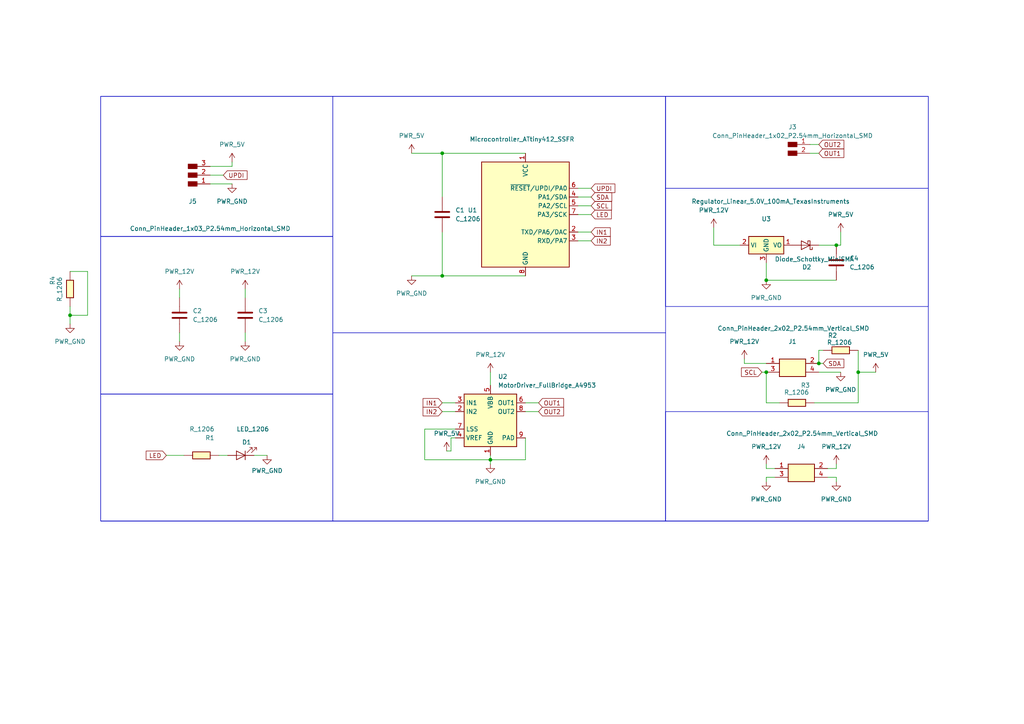
<source format=kicad_sch>
(kicad_sch (version 20231120) (generator "eeschema") (generator_version "8.0")
  (paper "A4")
  (lib_symbols
    (symbol "fab:C_1206" (pin_numbers hide)
      (property "Reference" "C" (at 0.635 2.54 0))
      (property "Value" "C_1206" (at 0.635 -2.54 0))
      (symbol "C_1206_0_1"
        (polyline (pts (xy -2.032 -0.762) (xy 2.032 -0.762)) (stroke (width 0.508)))
        (polyline (pts (xy -2.032 0.762) (xy 2.032 0.762)) (stroke (width 0.508)))
        (polyline (pts (xy 0 -0.635) (xy 0 -2.54)))
        (polyline (pts (xy 0 0.635) (xy 0 2.54)))
      )
      (symbol "C_1206_1_1"
        (pin passive line (at 0 5.08 270) (length 2.54) (name "~") (number "1"))
        (pin passive line (at 0 -5.08 90) (length 2.54) (name "~") (number "2"))
      )
    )
    (symbol "fab:Conn_PinHeader_1x02_P2.54mm_Horizontal_SMD" (pin_names hide)
      (property "Reference" "J" (at 0 2.54 0))
      (property "Value" "Conn_PinHeader_1x02_P2.54mm_Horizontal_SMD" (at 0 -5.08 0))
      (symbol "Conn_PinHeader_1x02_P2.54mm_Horizontal_SMD_1_1"
        (rectangle (start -1.27 -1.905) (end 1.27 -3.175) (stroke (width 0.254)) (fill (type outline)))
        (rectangle (start -1.27 0.635) (end 1.27 -0.635) (stroke (width 0.254)) (fill (type outline)))
        (pin passive line (at 5.08 0 180) (length 3.81) (name "Pin_1") (number "1"))
        (pin passive line (at 5.08 -2.54 180) (length 3.81) (name "Pin_2") (number "2"))
      )
    )
    (symbol "fab:Conn_PinHeader_1x03_P2.54mm_Horizontal_SMD" (pin_names hide)
      (property "Reference" "J" (at 0 5.08 0))
      (property "Value" "Conn_PinHeader_1x03_P2.54mm_Horizontal_SMD" (at 0 -5.08 0))
      (symbol "Conn_PinHeader_1x03_P2.54mm_Horizontal_SMD_1_1"
        (rectangle (start -1.27 -1.905) (end 1.27 -3.175) (stroke (width 0.254)) (fill (type outline)))
        (rectangle (start -1.27 0.635) (end 1.27 -0.635) (stroke (width 0.254)) (fill (type outline)))
        (rectangle (start -1.27 3.175) (end 1.27 1.905) (stroke (width 0.254)) (fill (type outline)))
        (pin passive line (at 5.08 2.54 180) (length 3.81) (name "Pin_1") (number "1"))
        (pin passive line (at 5.08 0 180) (length 3.81) (name "Pin_2") (number "2"))
        (pin passive line (at 5.08 -2.54 180) (length 3.81) (name "Pin_3") (number "3"))
      )
    )
    (symbol "fab:Conn_PinHeader_2x02_P2.54mm_Vertical_SMD" (pin_names hide)
      (property "Reference" "J" (at 0 3.81 0))
      (property "Value" "Conn_PinHeader_2x02_P2.54mm_Vertical_SMD" (at 0 -3.81 0))
      (symbol "Conn_PinHeader_2x02_P2.54mm_Vertical_SMD_1_1"
        (rectangle (start -3.81 2.54) (end 3.81 -2.54) (stroke (width 0.254)) (fill (type background)))
        (pin passive line (at -7.62 1.27 0) (length 3.81) (name "Pin_1") (number "1"))
        (pin passive line (at 7.62 1.27 180) (length 3.81) (name "Pin_2") (number "2"))
        (pin passive line (at -7.62 -1.27 0) (length 3.81) (name "Pin_3") (number "3"))
        (pin passive line (at 7.62 -1.27 180) (length 3.81) (name "Pin_4") (number "4"))
      )
    )
    (symbol "fab:Diode_Schottky_MiniSMA" (pin_numbers hide) (pin_names (offset 1.016) hide)
      (property "Reference" "D" (at 0 2.54 0))
      (property "Value" "Diode_Schottky_MiniSMA" (at 0 -2.54 0))
      (symbol "Diode_Schottky_MiniSMA_0_1"
        (polyline (pts (xy 1.27 0) (xy -1.27 0)))
        (polyline (pts (xy 1.27 1.27) (xy 1.27 -1.27) (xy -1.27 0) (xy 1.27 1.27)) (stroke (width 0.2032)))
        (polyline (pts (xy -1.905 0.635) (xy -1.905 1.27) (xy -1.27 1.27) (xy -1.27 -1.27) (xy -0.635 -1.27) (xy -0.635 -0.635)) (stroke (width 0.2032)))
      )
      (symbol "Diode_Schottky_MiniSMA_1_1"
        (pin passive line (at -3.81 0 0) (length 2.54) (name "K") (number "1"))
        (pin passive line (at 3.81 0 180) (length 2.54) (name "A") (number "2"))
      )
    )
    (symbol "fab:LED_1206" (pin_numbers hide) (pin_names (offset 1.016) hide)
      (property "Reference" "D" (at 0 2.54 0))
      (property "Value" "LED_1206" (at 0 -2.54 0))
      (symbol "LED_1206_0_1"
        (polyline (pts (xy -1.27 -1.27) (xy -1.27 1.27)) (stroke (width 0.2032)))
        (polyline (pts (xy -1.27 0) (xy 1.27 0)))
        (polyline (pts (xy 1.27 -1.27) (xy 1.27 1.27) (xy -1.27 0) (xy 1.27 -1.27)) (stroke (width 0.2032)))
        (polyline (pts (xy -3.048 -0.762) (xy -4.572 -2.286) (xy -3.81 -2.286) (xy -4.572 -2.286) (xy -4.572 -1.524)))
        (polyline (pts (xy -1.778 -0.762) (xy -3.302 -2.286) (xy -2.54 -2.286) (xy -3.302 -2.286) (xy -3.302 -1.524)))
      )
      (symbol "LED_1206_1_1"
        (pin passive line (at -3.81 0 0) (length 2.54) (name "K") (number "1"))
        (pin passive line (at 3.81 0 180) (length 2.54) (name "A") (number "2"))
      )
    )
    (symbol "fab:Microcontroller_ATtiny412_SSFR"
      (property "Reference" "U" (at -12.7 17.78 0))
      (property "Value" "Microcontroller_ATtiny412_SSFR" (at 2.54 17.78 0))
      (symbol "Microcontroller_ATtiny412_SSFR_0_1"
        (rectangle (start -12.7 -15.24) (end 12.7 15.24) (stroke (width 0.254)) (fill (type background)))
      )
      (symbol "Microcontroller_ATtiny412_SSFR_1_1"
        (pin power_in line (at 0 17.78 270) (length 2.54) (name "VCC") (number "1"))
        (pin bidirectional line (at 15.24 -5.08 180) (length 2.54) (name "TXD/PA6/DAC") (number "2"))
        (pin bidirectional line (at 15.24 -7.62 180) (length 2.54) (name "RXD/PA7") (number "3"))
        (pin bidirectional line (at 15.24 5.08 180) (length 2.54) (name "PA1/SDA") (number "4"))
        (pin bidirectional line (at 15.24 2.54 180) (length 2.54) (name "PA2/SCL") (number "5"))
        (pin bidirectional line (at 15.24 7.62 180) (length 2.54) (name "~{RESET}/UPDI/PA0") (number "6"))
        (pin bidirectional line (at 15.24 0 180) (length 2.54) (name "PA3/SCK") (number "7"))
        (pin power_in line (at 0 -17.78 90) (length 2.54) (name "GND") (number "8"))
      )
    )
    (symbol "fab:MotorDriver_FullBridge_A4953"
      (property "Reference" "U" (at -7.62 8.89 0))
      (property "Value" "MotorDriver_FullBridge_A4953" (at 1.27 8.89 0))
      (symbol "MotorDriver_FullBridge_A4953_0_1"
        (rectangle (start -7.62 7.62) (end 7.62 -7.62) (stroke (width 0.254)) (fill (type background)))
      )
      (symbol "MotorDriver_FullBridge_A4953_1_1"
        (pin power_in line (at 0 -10.16 90) (length 2.54) (name "GND") (number "1"))
        (pin input line (at -10.16 2.54 0) (length 2.54) (name "IN2") (number "2"))
        (pin input line (at -10.16 5.08 0) (length 2.54) (name "IN1") (number "3"))
        (pin input line (at -10.16 -5.08 0) (length 2.54) (name "VREF") (number "4"))
        (pin power_in line (at 0 10.16 270) (length 2.54) (name "VBB") (number "5"))
        (pin output line (at 10.16 5.08 180) (length 2.54) (name "OUT1") (number "6"))
        (pin input line (at -10.16 -2.54 0) (length 2.54) (name "LSS") (number "7"))
        (pin output line (at 10.16 2.54 180) (length 2.54) (name "OUT2") (number "8"))
        (pin passive line (at 10.16 -5.08 180) (length 2.54) (name "PAD") (number "9"))
      )
    )
    (symbol "fab:PWR_12V" (power) (pin_names (offset 0))
      (property "Value" "PWR_12V" (at 0 3.556 0))
      (symbol "PWR_12V_0_1"
        (polyline (pts (xy -0.762 1.27) (xy 0 2.54)))
        (polyline (pts (xy 0 0) (xy 0 2.54)))
        (polyline (pts (xy 0 2.54) (xy 0.762 1.27)))
      )
      (symbol "PWR_12V_1_1"
        (pin power_in line (at 0 0 90) (length 0) hide (name "PWR_12V") (number "1"))
      )
    )
    (symbol "fab:PWR_5V" (power) (pin_names (offset 0))
      (property "Value" "PWR_5V" (at 0 3.556 0))
      (symbol "PWR_5V_0_1"
        (polyline (pts (xy -0.762 1.27) (xy 0 2.54)))
        (polyline (pts (xy 0 0) (xy 0 2.54)))
        (polyline (pts (xy 0 2.54) (xy 0.762 1.27)))
      )
      (symbol "PWR_5V_1_1"
        (pin power_in line (at 0 0 90) (length 0) hide (name "PWR_5V") (number "1"))
      )
    )
    (symbol "fab:PWR_GND" (power) (pin_names (offset 0))
      (property "Value" "PWR_GND" (at 0 -3.81 0))
      (symbol "PWR_GND_0_1"
        (polyline (pts (xy 0 0) (xy 0 -1.27) (xy 1.27 -1.27) (xy 0 -2.54) (xy -1.27 -1.27) (xy 0 -1.27)))
      )
      (symbol "PWR_GND_1_1"
        (pin power_in line (at 0 0 270) (length 0) hide (name "PWR_GND") (number "1"))
      )
    )
    (symbol "fab:R_1206" (pin_numbers hide) (pin_names (offset 0))
      (property "Reference" "R" (at 2.54 0 90))
      (property "Value" "R_1206" (at -2.54 0 90))
      (symbol "R_1206_0_1"
        (rectangle (start -1.016 -2.54) (end 1.016 2.54) (stroke (width 0.254)) (fill (type background)))
      )
      (symbol "R_1206_1_1"
        (pin passive line (at 0 5.08 270) (length 2.54) (name "~") (number "1"))
        (pin passive line (at 0 -5.08 90) (length 2.54) (name "~") (number "2"))
      )
    )
    (symbol "fab:Regulator_Linear_5.0V_100mA_TexasInstruments"
      (property "Reference" "U" (at -5.08 6.35 0))
      (property "Value" "Regulator_Linear_5.0V_100mA_TexasInstruments" (at -5.08 3.81 0))
      (symbol "Regulator_Linear_5.0V_100mA_TexasInstruments_0_1"
        (rectangle (start -5.08 2.54) (end 5.08 -2.54) (stroke (width 0.254)) (fill (type background)))
      )
      (symbol "Regulator_Linear_5.0V_100mA_TexasInstruments_1_1"
        (pin power_out line (at 7.62 0 180) (length 2.54) (name "VO") (number "1"))
        (pin power_in line (at -7.62 0 0) (length 2.54) (name "VI") (number "2"))
        (pin power_in line (at 0 -5.08 90) (length 2.54) (name "GND") (number "3"))
      )
    )
  )
  (junction (at 237.49 105.41))
  (junction (at 128.27 44.45))
  (junction (at 128.27 80.01))
  (junction (at 20.32 91.44))
  (junction (at 248.92 107.95))
  (junction (at 242.57 71.12))
  (junction (at 222.25 107.95))
  (junction (at 142.24 133.35))
  (junction (at 222.25 81.28))
  (wire (pts (xy 20.32 88.9) (xy 20.32 91.44)))
  (wire (pts (xy 60.96 50.8) (xy 64.77 50.8)))
  (wire (pts (xy 248.92 107.95) (xy 254 107.95)))
  (wire (pts (xy 243.84 67.31) (xy 243.84 71.12)))
  (wire (pts (xy 123.19 124.46) (xy 123.19 133.35)))
  (wire (pts (xy 237.49 71.12) (xy 242.57 71.12)))
  (wire (pts (xy 167.64 57.15) (xy 171.45 57.15)))
  (wire (pts (xy 152.4 127) (xy 152.4 133.35)))
  (wire (pts (xy 48.26 132.08) (xy 53.34 132.08)))
  (wire (pts (xy 128.27 116.84) (xy 132.08 116.84)))
  (wire (pts (xy 52.07 83.82) (xy 52.07 86.36)))
  (wire (pts (xy 248.92 107.95) (xy 248.92 101.6)))
  (wire (pts (xy 222.25 135.89) (xy 224.79 135.89)))
  (wire (pts (xy 25.4 78.74) (xy 25.4 91.44)))
  (wire (pts (xy 128.27 67.31) (xy 128.27 80.01)))
  (wire (pts (xy 20.32 91.44) (xy 20.32 93.98)))
  (wire (pts (xy 71.12 83.82) (xy 71.12 86.36)))
  (wire (pts (xy 73.66 132.08) (xy 77.47 132.08)))
  (wire (pts (xy 132.08 124.46) (xy 123.19 124.46)))
  (wire (pts (xy 238.76 101.6) (xy 237.49 101.6)))
  (wire (pts (xy 130.81 127) (xy 132.08 127)))
  (wire (pts (xy 236.22 116.84) (xy 248.92 116.84)))
  (wire (pts (xy 152.4 133.35) (xy 142.24 133.35)))
  (wire (pts (xy 167.64 67.31) (xy 171.45 67.31)))
  (wire (pts (xy 142.24 132.08) (xy 142.24 133.35)))
  (wire (pts (xy 167.64 62.23) (xy 171.45 62.23)))
  (wire (pts (xy 242.57 138.43) (xy 242.57 139.7)))
  (wire (pts (xy 222.25 138.43) (xy 224.79 138.43)))
  (wire (pts (xy 237.49 101.6) (xy 237.49 105.41)))
  (wire (pts (xy 20.32 78.74) (xy 25.4 78.74)))
  (wire (pts (xy 237.49 105.41) (xy 238.76 105.41)))
  (wire (pts (xy 167.64 69.85) (xy 171.45 69.85)))
  (wire (pts (xy 222.25 134.62) (xy 222.25 135.89)))
  (wire (pts (xy 60.96 48.26) (xy 67.31 48.26)))
  (wire (pts (xy 119.38 80.01) (xy 128.27 80.01)))
  (wire (pts (xy 60.96 53.34) (xy 67.31 53.34)))
  (wire (pts (xy 71.12 96.52) (xy 71.12 99.06)))
  (wire (pts (xy 220.98 107.95) (xy 222.25 107.95)))
  (wire (pts (xy 248.92 116.84) (xy 248.92 107.95)))
  (wire (pts (xy 142.24 133.35) (xy 142.24 134.62)))
  (wire (pts (xy 167.64 59.69) (xy 171.45 59.69)))
  (wire (pts (xy 207.01 66.04) (xy 207.01 71.12)))
  (wire (pts (xy 25.4 91.44) (xy 20.32 91.44)))
  (wire (pts (xy 152.4 116.84) (xy 156.21 116.84)))
  (wire (pts (xy 234.95 41.91) (xy 237.49 41.91)))
  (wire (pts (xy 129.54 130.81) (xy 130.81 130.81)))
  (wire (pts (xy 63.5 132.08) (xy 66.04 132.08)))
  (wire (pts (xy 67.31 46.99) (xy 67.31 48.26)))
  (wire (pts (xy 222.25 116.84) (xy 222.25 107.95)))
  (wire (pts (xy 215.9 105.41) (xy 215.9 104.14)))
  (wire (pts (xy 128.27 119.38) (xy 132.08 119.38)))
  (wire (pts (xy 52.07 96.52) (xy 52.07 99.06)))
  (wire (pts (xy 123.19 133.35) (xy 142.24 133.35)))
  (wire (pts (xy 234.95 44.45) (xy 237.49 44.45)))
  (wire (pts (xy 222.25 76.2) (xy 222.25 81.28)))
  (wire (pts (xy 226.06 116.84) (xy 222.25 116.84)))
  (wire (pts (xy 222.25 105.41) (xy 215.9 105.41)))
  (wire (pts (xy 142.24 107.95) (xy 142.24 111.76)))
  (wire (pts (xy 207.01 71.12) (xy 214.63 71.12)))
  (wire (pts (xy 242.57 135.89) (xy 242.57 134.62)))
  (wire (pts (xy 222.25 81.28) (xy 242.57 81.28)))
  (wire (pts (xy 240.03 138.43) (xy 242.57 138.43)))
  (wire (pts (xy 152.4 119.38) (xy 156.21 119.38)))
  (wire (pts (xy 130.81 130.81) (xy 130.81 127)))
  (wire (pts (xy 222.25 139.7) (xy 222.25 138.43)))
  (wire (pts (xy 128.27 44.45) (xy 128.27 57.15)))
  (wire (pts (xy 167.64 54.61) (xy 171.45 54.61)))
  (wire (pts (xy 237.49 107.95) (xy 243.84 107.95)))
  (wire (pts (xy 128.27 80.01) (xy 152.4 80.01)))
  (wire (pts (xy 243.84 71.12) (xy 242.57 71.12)))
  (wire (pts (xy 240.03 135.89) (xy 242.57 135.89)))
  (wire (pts (xy 128.27 44.45) (xy 152.4 44.45)))
  (wire (pts (xy 119.38 44.45) (xy 128.27 44.45)))
  (rectangle (start 29.21 114.3) (end 96.52 151.13))
  (rectangle (start 193.04 54.61) (end 269.24 88.9))
  (rectangle (start 96.52 27.94) (end 193.04 96.52))
  (rectangle (start 96.52 96.52) (end 193.04 151.13))
  (rectangle (start 29.21 27.94) (end 269.24 151.13))
  (rectangle (start 29.21 27.94) (end 96.52 68.58))
  (rectangle (start 29.21 68.58) (end 96.52 114.3))
  (rectangle (start 193.04 27.94) (end 269.24 54.61))
  (rectangle (start 193.04 119.38) (end 269.24 151.13))
  (global_label "LED" (shape input) (at 48.26 132.08 180) (property "Intersheetrefs" "${INTERSHEET_REFS}" (effects (hide yes))))
  (global_label "IN1" (shape input) (at 171.45 67.31 0) (property "Intersheetrefs" "${INTERSHEET_REFS}" (effects (hide yes))))
  (global_label "OUT1" (shape input) (at 156.21 116.84 0) (property "Intersheetrefs" "${INTERSHEET_REFS}" (effects (hide yes))))
  (global_label "SCL" (shape input) (at 171.45 59.69 0) (property "Intersheetrefs" "${INTERSHEET_REFS}" (effects (hide yes))))
  (global_label "UPDI" (shape input) (at 171.45 54.61 0) (property "Intersheetrefs" "${INTERSHEET_REFS}" (effects (hide yes))))
  (global_label "IN2" (shape input) (at 171.45 69.85 0) (property "Intersheetrefs" "${INTERSHEET_REFS}" (effects (hide yes))))
  (global_label "OUT2" (shape input) (at 237.49 41.91 0) (property "Intersheetrefs" "${INTERSHEET_REFS}" (effects (hide yes))))
  (global_label "SDA" (shape input) (at 238.76 105.41 0) (property "Intersheetrefs" "${INTERSHEET_REFS}" (effects (hide yes))))
  (global_label "SCL" (shape input) (at 220.98 107.95 180) (property "Intersheetrefs" "${INTERSHEET_REFS}" (effects (hide yes))))
  (global_label "OUT2" (shape input) (at 156.21 119.38 0) (property "Intersheetrefs" "${INTERSHEET_REFS}" (effects (hide yes))))
  (global_label "LED" (shape input) (at 171.45 62.23 0) (property "Intersheetrefs" "${INTERSHEET_REFS}" (effects (hide yes))))
  (global_label "IN1" (shape input) (at 128.27 116.84 180) (property "Intersheetrefs" "${INTERSHEET_REFS}" (effects (hide yes))))
  (global_label "SDA" (shape input) (at 171.45 57.15 0) (property "Intersheetrefs" "${INTERSHEET_REFS}" (effects (hide yes))))
  (global_label "OUT1" (shape input) (at 237.49 44.45 0) (property "Intersheetrefs" "${INTERSHEET_REFS}" (effects (hide yes))))
  (global_label "UPDI" (shape input) (at 64.77 50.8 0) (property "Intersheetrefs" "${INTERSHEET_REFS}" (effects (hide yes))))
  (global_label "IN2" (shape input) (at 128.27 119.38 180) (property "Intersheetrefs" "${INTERSHEET_REFS}" (effects (hide yes))))
  (symbol (lib_id "fab:PWR_12V") (at 215.9 104.14 0) (unit 1)
    (property "Reference" "#PWR022" (effects (hide yes)))
    (property "Value" "PWR_12V" (at 215.9 99.06 0))
    (property "Description" "Power symbol creates a global label with name \"+12V\"" (effects (hide yes)))
  )
  (symbol (lib_id "fab:PWR_5V") (at 243.84 67.31 0) (unit 1)
    (property "Reference" "#PWR03" (effects (hide yes)))
    (property "Value" "PWR_5V" (at 243.84 62.23 0))
    (property "Description" "Power symbol creates a global label with name \"+5V\"" (effects (hide yes)))
  )
  (symbol (lib_id "fab:R_1206") (at 243.84 101.6 90) (unit 1)
    (property "Reference" "R2" (at 242.824 97.282 90) (effects (justify left)))
    (property "Value" "R_1206" (at 247.142 99.314 90) (effects (justify left)))
    (property "Footprint" "fab:R_1206" (effects (hide yes)))
    (property "Description" "Resistor" (effects (hide yes)))
  )
  (symbol (lib_id "fab:MotorDriver_FullBridge_A4953") (at 142.24 121.92 0) (unit 1)
    (property "Reference" "U2" (at 144.4341 109.22 0) (effects (justify left)))
    (property "Value" "MotorDriver_FullBridge_A4953" (at 144.4341 111.76 0) (effects (justify left)))
    (property "Footprint" "fab:SOIC-8_3.9x4.9mm_P1.27mm_EP2.41x3.3mm" (effects (hide yes)))
    (property "Datasheet" "https://www.allegromicro.com/~/media/Files/Datasheets/A4952-3-Datasheet.ashx" (effects (hide yes)))
    (property "Description" "Motor Driver, 40V, 2A, Full-Bridge, DMOS PWM, SOIC-8, Exposed Pad" (effects (hide yes)))
  )
  (symbol (lib_id "fab:PWR_GND") (at 222.25 81.28 0) (unit 1)
    (property "Reference" "#PWR04" (effects (hide yes)))
    (property "Value" "PWR_GND" (at 222.25 86.36 0))
    (property "Description" "Power symbol creates a global label with name \"GND\" , ground" (effects (hide yes)))
  )
  (symbol (lib_id "fab:PWR_5V") (at 67.31 46.99 0) (unit 1)
    (property "Reference" "#PWR015" (effects (hide yes)))
    (property "Value" "PWR_5V" (at 67.31 41.91 0))
    (property "Description" "Power symbol creates a global label with name \"+5V\"" (effects (hide yes)))
  )
  (symbol (lib_id "fab:Regulator_Linear_5.0V_100mA_TexasInstruments") (at 222.25 71.12 0) (unit 1)
    (property "Reference" "U3" (at 222.25 63.5 0))
    (property "Value" "Regulator_Linear_5.0V_100mA_TexasInstruments" (at 223.52 58.42 0))
    (property "Footprint" "fab:SOT-23-3" (effects (hide yes)))
    (property "Datasheet" "https://www.ti.com/lit/ds/symlink/lm3480.pdf" (effects (hide yes)))
    (property "Description" "5.0V 100mA LDO Voltage Regulator,  positive fixed output, Texas Instruments, SOT-23-3 package" (effects (hide yes)))
  )
  (symbol (lib_id "fab:C_1206") (at 128.27 62.23 0) (unit 1)
    (property "Reference" "C1" (at 132.08 60.9599 0) (effects (justify left)))
    (property "Value" "C_1206" (at 132.08 63.4999 0) (effects (justify left)))
    (property "Footprint" "fab:C_1206" (effects (hide yes)))
    (property "Datasheet" "https://www.yageo.com/upload/media/product/productsearch/datasheet/mlcc/UPY-GP_NP0_16V-to-50V_18.pdf" (effects (hide yes)))
    (property "Description" "Unpolarized capacitor, SMD, 1206" (effects (hide yes)))
  )
  (symbol (lib_id "fab:Conn_PinHeader_1x03_P2.54mm_Horizontal_SMD") (at 55.88 50.8 0) (mirror x) (unit 1)
    (property "Reference" "J5" (at 55.88 58.42 0))
    (property "Value" "Conn_PinHeader_1x03_P2.54mm_Horizontal_SMD" (at 60.96 66.294 0))
    (property "Footprint" "fab:PinHeader_1x03_P2.54mm_Horizontal_SMD" (effects (hide yes)))
    (property "Description" "Male connector, single row" (effects (hide yes)))
  )
  (symbol (lib_id "fab:LED_1206") (at 69.85 132.08 180) (unit 1)
    (property "Reference" "D1" (at 70.1801 128.27 0) (effects (justify right)))
    (property "Value" "LED_1206" (at 68.58 124.46 0) (effects (justify right)))
    (property "Footprint" "fab:LED_1206" (effects (hide yes)))
    (property "Datasheet" "https://optoelectronics.liteon.com/upload/download/DS-22-98-0002/LTST-C150CKT.pdf" (effects (hide yes)))
    (property "Description" "Light emitting diode, Lite-On Inc. LTST, SMD" (effects (hide yes)))
  )
  (symbol (lib_id "fab:PWR_GND") (at 67.31 53.34 0) (unit 1)
    (property "Reference" "#PWR016" (effects (hide yes)))
    (property "Value" "PWR_GND" (at 67.31 58.42 0))
    (property "Description" "Power symbol creates a global label with name \"GND\" , ground" (effects (hide yes)))
  )
  (symbol (lib_id "fab:Microcontroller_ATtiny412_SSFR") (at 152.4 62.23 0) (unit 1)
    (property "Reference" "U1" (at 138.43 60.9599 0) (effects (justify right)))
    (property "Value" "Microcontroller_ATtiny412_SSFR" (at 166.624 40.386 0) (effects (justify right)))
    (property "Footprint" "fab:SOIC-8_3.9x4.9mm_P1.27mm" (effects (hide yes)))
    (property "Datasheet" "http://ww1.microchip.com/downloads/en/DeviceDoc/40001911A.pdf" (effects (hide yes)))
    (property "Description" "AVR tinyAVR™ 1 Microcontroller IC 8-Bit 20MHz 4KB (4K x 8) FLASH 8-SOIC" (effects (hide yes)))
  )
  (symbol (lib_id "fab:PWR_GND") (at 142.24 134.62 0) (unit 1)
    (property "Reference" "#PWR09" (effects (hide yes)))
    (property "Value" "PWR_GND" (at 142.24 139.7 0))
    (property "Description" "Power symbol creates a global label with name \"GND\" , ground" (effects (hide yes)))
  )
  (symbol (lib_id "fab:PWR_12V") (at 52.07 83.82 0) (unit 1)
    (property "Reference" "#PWR011" (effects (hide yes)))
    (property "Value" "PWR_12V" (at 52.07 78.74 0))
    (property "Description" "Power symbol creates a global label with name \"+12V\"" (effects (hide yes)))
  )
  (symbol (lib_id "fab:Conn_PinHeader_1x02_P2.54mm_Horizontal_SMD") (at 229.87 41.91 0) (unit 1)
    (property "Reference" "J3" (at 229.87 36.83 0))
    (property "Value" "Conn_PinHeader_1x02_P2.54mm_Horizontal_SMD" (at 229.87 39.37 0))
    (property "Footprint" "fab:PinHeader_1x02_P2.54mm_Horizontal_SMD" (effects (hide yes)))
    (property "Description" "Male connector, single row" (effects (hide yes)))
  )
  (symbol (lib_id "fab:PWR_GND") (at 243.84 107.95 0) (unit 1)
    (property "Reference" "#PWR07" (effects (hide yes)))
    (property "Value" "PWR_GND" (at 243.84 113.03 0))
    (property "Description" "Power symbol creates a global label with name \"GND\" , ground" (effects (hide yes)))
  )
  (symbol (lib_id "fab:PWR_GND") (at 242.57 139.7 0) (unit 1)
    (property "Reference" "#PWR021" (effects (hide yes)))
    (property "Value" "PWR_GND" (at 242.57 144.78 0))
    (property "Description" "Power symbol creates a global label with name \"GND\" , ground" (effects (hide yes)))
  )
  (symbol (lib_id "fab:PWR_12V") (at 242.57 134.62 0) (unit 1)
    (property "Reference" "#PWR019" (effects (hide yes)))
    (property "Value" "PWR_12V" (at 242.57 129.54 0))
    (property "Description" "Power symbol creates a global label with name \"+12V\"" (effects (hide yes)))
  )
  (symbol (lib_id "fab:PWR_GND") (at 71.12 99.06 0) (unit 1)
    (property "Reference" "#PWR014" (effects (hide yes)))
    (property "Value" "PWR_GND" (at 71.12 104.14 0))
    (property "Description" "Power symbol creates a global label with name \"GND\" , ground" (effects (hide yes)))
  )
  (symbol (lib_id "fab:PWR_GND") (at 119.38 80.01 0) (unit 1)
    (property "Reference" "#PWR02" (effects (hide yes)))
    (property "Value" "PWR_GND" (at 119.38 85.09 0))
    (property "Description" "Power symbol creates a global label with name \"GND\" , ground" (effects (hide yes)))
  )
  (symbol (lib_id "fab:PWR_5V") (at 129.54 130.81 0) (unit 1)
    (property "Reference" "#PWR017" (effects (hide yes)))
    (property "Value" "PWR_5V" (at 129.54 125.73 0))
    (property "Description" "Power symbol creates a global label with name \"+5V\"" (effects (hide yes)))
  )
  (symbol (lib_id "fab:C_1206") (at 52.07 91.44 0) (unit 1)
    (property "Reference" "C2" (at 55.88 90.1699 0) (effects (justify left)))
    (property "Value" "C_1206" (at 55.88 92.7099 0) (effects (justify left)))
    (property "Footprint" "fab:C_1206" (effects (hide yes)))
    (property "Datasheet" "https://www.yageo.com/upload/media/product/productsearch/datasheet/mlcc/UPY-GP_NP0_16V-to-50V_18.pdf" (effects (hide yes)))
    (property "Description" "Unpolarized capacitor, SMD, 1206" (effects (hide yes)))
  )
  (symbol (lib_id "fab:R_1206") (at 58.42 132.08 90) (unit 1)
    (property "Reference" "R1" (at 62.23 127.0001 90) (effects (justify left)))
    (property "Value" "R_1206" (at 62.23 124.4601 90) (effects (justify left)))
    (property "Footprint" "fab:R_1206" (effects (hide yes)))
    (property "Description" "Resistor" (effects (hide yes)))
  )
  (symbol (lib_id "fab:PWR_12V") (at 142.24 107.95 0) (unit 1)
    (property "Reference" "#PWR08" (effects (hide yes)))
    (property "Value" "PWR_12V" (at 142.24 102.87 0))
    (property "Description" "Power symbol creates a global label with name \"+12V\"" (effects (hide yes)))
  )
  (symbol (lib_id "fab:C_1206") (at 71.12 91.44 0) (unit 1)
    (property "Reference" "C3" (at 74.93 90.1699 0) (effects (justify left)))
    (property "Value" "C_1206" (at 74.93 92.7099 0) (effects (justify left)))
    (property "Footprint" "fab:C_1206" (effects (hide yes)))
    (property "Datasheet" "https://www.yageo.com/upload/media/product/productsearch/datasheet/mlcc/UPY-GP_NP0_16V-to-50V_18.pdf" (effects (hide yes)))
    (property "Description" "Unpolarized capacitor, SMD, 1206" (effects (hide yes)))
  )
  (symbol (lib_id "fab:Conn_PinHeader_2x02_P2.54mm_Vertical_SMD") (at 232.41 137.16 0) (unit 1)
    (property "Reference" "J4" (at 232.41 129.54 0))
    (property "Value" "Conn_PinHeader_2x02_P2.54mm_Vertical_SMD" (at 232.664 125.73 0))
    (property "Footprint" "fab:PinHeader_2x02_P2.54mm_Vertical_SMD" (effects (hide yes)))
    (property "Datasheet" "https://cdn.amphenol-icc.com/media/wysiwyg/files/drawing/95278.pdf" (effects (hide yes)))
    (property "Description" "Connector Header Surface Mount 4 position 0.100\" (2.54mm)" (effects (hide yes)))
  )
  (symbol (lib_id "fab:Diode_Schottky_MiniSMA") (at 233.68 71.12 180) (unit 1)
    (property "Reference" "D2" (at 233.9975 77.47 0))
    (property "Value" "Diode_Schottky_MiniSMA" (at 236.22 75.184 0))
    (property "Footprint" "fab:SOD-123T" (effects (hide yes)))
    (property "Datasheet" "https://www.st.com/content/ccc/resource/technical/document/datasheet/c6/32/d4/4a/28/d3/4b/11/CD00004930.pdf/files/CD00004930.pdf/jcr:content/translations/en.CD00004930.pdf" (effects (hide yes)))
    (property "Description" "Schottky diode" (effects (hide yes)))
  )
  (symbol (lib_id "fab:PWR_GND") (at 77.47 132.08 0) (unit 1)
    (property "Reference" "#PWR010" (effects (hide yes)))
    (property "Value" "PWR_GND" (at 77.47 136.525 0))
    (property "Description" "Power symbol creates a global label with name \"GND\" , ground" (effects (hide yes)))
  )
  (symbol (lib_id "fab:C_1206") (at 242.57 76.2 0) (unit 1)
    (property "Reference" "C4" (at 246.38 74.9299 0) (effects (justify left)))
    (property "Value" "C_1206" (at 246.38 77.4699 0) (effects (justify left)))
    (property "Footprint" "fab:C_1206" (effects (hide yes)))
    (property "Datasheet" "https://www.yageo.com/upload/media/product/productsearch/datasheet/mlcc/UPY-GP_NP0_16V-to-50V_18.pdf" (effects (hide yes)))
    (property "Description" "Unpolarized capacitor, SMD, 1206" (effects (hide yes)))
  )
  (symbol (lib_id "fab:R_1206") (at 20.32 83.82 180) (unit 1)
    (property "Reference" "R4" (at 15.2401 80.01 90) (effects (justify left)))
    (property "Value" "R_1206" (at 17.272 80.264 90) (effects (justify left)))
    (property "Footprint" "fab:R_1206" (effects (hide yes)))
    (property "Description" "Resistor" (effects (hide yes)))
  )
  (symbol (lib_id "fab:PWR_5V") (at 119.38 44.45 0) (unit 1)
    (property "Reference" "#PWR01" (effects (hide yes)))
    (property "Value" "PWR_5V" (at 119.38 39.37 0))
    (property "Description" "Power symbol creates a global label with name \"+5V\"" (effects (hide yes)))
  )
  (symbol (lib_id "fab:PWR_5V") (at 254 107.95 0) (unit 1)
    (property "Reference" "#PWR06" (effects (hide yes)))
    (property "Value" "PWR_5V" (at 254 102.87 0))
    (property "Description" "Power symbol creates a global label with name \"+5V\"" (effects (hide yes)))
  )
  (symbol (lib_id "fab:PWR_GND") (at 52.07 99.06 0) (unit 1)
    (property "Reference" "#PWR012" (effects (hide yes)))
    (property "Value" "PWR_GND" (at 52.07 104.14 0))
    (property "Description" "Power symbol creates a global label with name \"GND\" , ground" (effects (hide yes)))
  )
  (symbol (lib_id "fab:R_1206") (at 231.14 116.84 90) (unit 1)
    (property "Reference" "R3" (at 234.95 111.7601 90) (effects (justify left)))
    (property "Value" "R_1206" (at 234.696 113.792 90) (effects (justify left)))
    (property "Footprint" "fab:R_1206" (effects (hide yes)))
    (property "Description" "Resistor" (effects (hide yes)))
  )
  (symbol (lib_id "fab:PWR_12V") (at 222.25 134.62 0) (unit 1)
    (property "Reference" "#PWR018" (effects (hide yes)))
    (property "Value" "PWR_12V" (at 222.25 129.54 0))
    (property "Description" "Power symbol creates a global label with name \"+12V\"" (effects (hide yes)))
  )
  (symbol (lib_id "fab:PWR_12V") (at 207.01 66.04 0) (unit 1)
    (property "Reference" "#PWR05" (effects (hide yes)))
    (property "Value" "PWR_12V" (at 207.01 60.96 0))
    (property "Description" "Power symbol creates a global label with name \"+12V\"" (effects (hide yes)))
  )
  (symbol (lib_id "fab:PWR_GND") (at 222.25 139.7 0) (unit 1)
    (property "Reference" "#PWR020" (effects (hide yes)))
    (property "Value" "PWR_GND" (at 222.25 144.78 0))
    (property "Description" "Power symbol creates a global label with name \"GND\" , ground" (effects (hide yes)))
  )
  (symbol (lib_id "fab:Conn_PinHeader_2x02_P2.54mm_Vertical_SMD") (at 229.87 106.68 0) (unit 1)
    (property "Reference" "J1" (at 229.87 99.06 0))
    (property "Value" "Conn_PinHeader_2x02_P2.54mm_Vertical_SMD" (at 230.124 95.25 0))
    (property "Footprint" "fab:PinHeader_2x02_P2.54mm_Vertical_SMD" (effects (hide yes)))
    (property "Datasheet" "https://cdn.amphenol-icc.com/media/wysiwyg/files/drawing/95278.pdf" (effects (hide yes)))
    (property "Description" "Connector Header Surface Mount 4 position 0.100\" (2.54mm)" (effects (hide yes)))
  )
  (symbol (lib_id "fab:PWR_GND") (at 20.32 93.98 0) (unit 1)
    (property "Reference" "#PWR023" (effects (hide yes)))
    (property "Value" "PWR_GND" (at 20.32 99.06 0))
    (property "Description" "Power symbol creates a global label with name \"GND\" , ground" (effects (hide yes)))
  )
  (symbol (lib_id "fab:PWR_12V") (at 71.12 83.82 0) (unit 1)
    (property "Reference" "#PWR013" (effects (hide yes)))
    (property "Value" "PWR_12V" (at 71.12 78.74 0))
    (property "Description" "Power symbol creates a global label with name \"+12V\"" (effects (hide yes)))
  )
)
</source>
